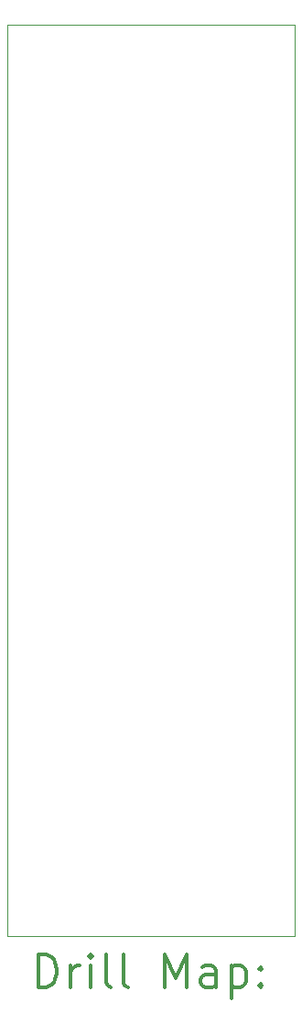
<source format=gbr>
%FSLAX45Y45*%
G04 Gerber Fmt 4.5, Leading zero omitted, Abs format (unit mm)*
G04 Created by KiCad (PCBNEW (5.1.12)-1) date 2022-08-10 22:17:12*
%MOMM*%
%LPD*%
G01*
G04 APERTURE LIST*
%TA.AperFunction,Profile*%
%ADD10C,0.050000*%
%TD*%
%ADD11C,0.200000*%
%ADD12C,0.300000*%
G04 APERTURE END LIST*
D10*
X15323820Y-7193280D02*
X15323820Y-15584170D01*
X15323820Y-7155180D02*
X15323820Y-7193280D01*
X12664440Y-7155180D02*
X12664440Y-15584170D01*
X15323820Y-7155180D02*
X12664440Y-7155180D01*
X15323820Y-15584170D02*
X12664440Y-15584170D01*
D11*
D12*
X12948368Y-16052384D02*
X12948368Y-15752384D01*
X13019797Y-15752384D01*
X13062654Y-15766670D01*
X13091226Y-15795241D01*
X13105511Y-15823813D01*
X13119797Y-15880956D01*
X13119797Y-15923813D01*
X13105511Y-15980956D01*
X13091226Y-16009527D01*
X13062654Y-16038099D01*
X13019797Y-16052384D01*
X12948368Y-16052384D01*
X13248368Y-16052384D02*
X13248368Y-15852384D01*
X13248368Y-15909527D02*
X13262654Y-15880956D01*
X13276940Y-15866670D01*
X13305511Y-15852384D01*
X13334083Y-15852384D01*
X13434083Y-16052384D02*
X13434083Y-15852384D01*
X13434083Y-15752384D02*
X13419797Y-15766670D01*
X13434083Y-15780956D01*
X13448368Y-15766670D01*
X13434083Y-15752384D01*
X13434083Y-15780956D01*
X13619797Y-16052384D02*
X13591226Y-16038099D01*
X13576940Y-16009527D01*
X13576940Y-15752384D01*
X13776940Y-16052384D02*
X13748368Y-16038099D01*
X13734083Y-16009527D01*
X13734083Y-15752384D01*
X14119797Y-16052384D02*
X14119797Y-15752384D01*
X14219797Y-15966670D01*
X14319797Y-15752384D01*
X14319797Y-16052384D01*
X14591226Y-16052384D02*
X14591226Y-15895241D01*
X14576940Y-15866670D01*
X14548368Y-15852384D01*
X14491226Y-15852384D01*
X14462654Y-15866670D01*
X14591226Y-16038099D02*
X14562654Y-16052384D01*
X14491226Y-16052384D01*
X14462654Y-16038099D01*
X14448368Y-16009527D01*
X14448368Y-15980956D01*
X14462654Y-15952384D01*
X14491226Y-15938099D01*
X14562654Y-15938099D01*
X14591226Y-15923813D01*
X14734083Y-15852384D02*
X14734083Y-16152384D01*
X14734083Y-15866670D02*
X14762654Y-15852384D01*
X14819797Y-15852384D01*
X14848368Y-15866670D01*
X14862654Y-15880956D01*
X14876940Y-15909527D01*
X14876940Y-15995241D01*
X14862654Y-16023813D01*
X14848368Y-16038099D01*
X14819797Y-16052384D01*
X14762654Y-16052384D01*
X14734083Y-16038099D01*
X15005511Y-16023813D02*
X15019797Y-16038099D01*
X15005511Y-16052384D01*
X14991226Y-16038099D01*
X15005511Y-16023813D01*
X15005511Y-16052384D01*
X15005511Y-15866670D02*
X15019797Y-15880956D01*
X15005511Y-15895241D01*
X14991226Y-15880956D01*
X15005511Y-15866670D01*
X15005511Y-15895241D01*
M02*

</source>
